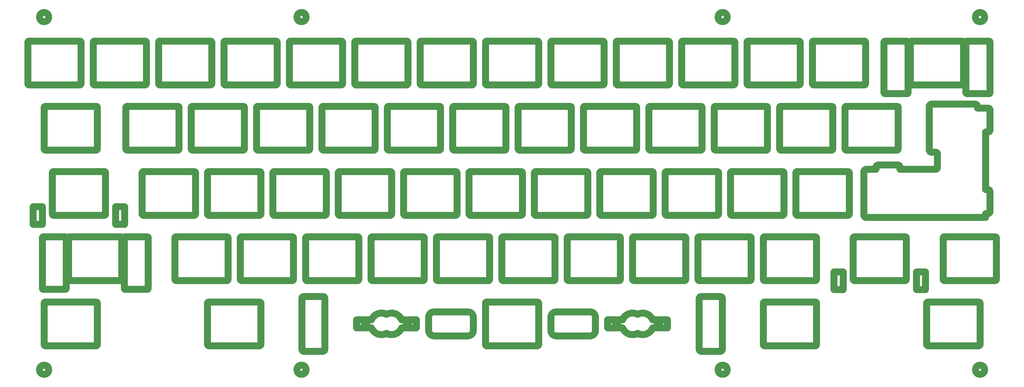
<source format=gbr>
%TF.GenerationSoftware,KiCad,Pcbnew,(5.1.10)-1*%
%TF.CreationDate,2021-06-20T12:49:25+07:00*%
%TF.ProjectId,Ansi,416e7369-2e6b-4696-9361-645f70636258,rev?*%
%TF.SameCoordinates,Original*%
%TF.FileFunction,Soldermask,Bot*%
%TF.FilePolarity,Negative*%
%FSLAX46Y46*%
G04 Gerber Fmt 4.6, Leading zero omitted, Abs format (unit mm)*
G04 Created by KiCad (PCBNEW (5.1.10)-1) date 2021-06-20 12:49:25*
%MOMM*%
%LPD*%
G01*
G04 APERTURE LIST*
%ADD10C,2.000000*%
G04 APERTURE END LIST*
D10*
X3154390Y-39187057D02*
G75*
G03*
X3154390Y-39187057I-1350000J0D01*
G01*
X275853740Y-142186387D02*
G75*
G03*
X275853740Y-142186387I-1350000J0D01*
G01*
X275853740Y-39187057D02*
G75*
G03*
X275853740Y-39187057I-1350000J0D01*
G01*
X200853740Y-142186387D02*
G75*
G03*
X200853740Y-142186387I-1350000J0D01*
G01*
X78154390Y-39187057D02*
G75*
G03*
X78154390Y-39187057I-1350000J0D01*
G01*
X78154390Y-142186387D02*
G75*
G03*
X78154390Y-142186387I-1350000J0D01*
G01*
X3154390Y-142186387D02*
G75*
G03*
X3154390Y-142186387I-1350000J0D01*
G01*
X200853740Y-39187057D02*
G75*
G03*
X200853740Y-39187057I-1350000J0D01*
G01*
X106892090Y-97087230D02*
G75*
G02*
X106592090Y-96787230I0J300000D01*
G01*
X106592090Y-84587230D02*
X106592090Y-96787230D01*
X106592090Y-84587230D02*
G75*
G02*
X106892090Y-84287230I300000J0D01*
G01*
X121792090Y-84287230D02*
X106892090Y-84287230D01*
X121792090Y-84287230D02*
G75*
G02*
X122092090Y-84587230I0J-300000D01*
G01*
X122092090Y-96787230D02*
X122092090Y-84587230D01*
X122092089Y-96787229D02*
G75*
G02*
X121792090Y-97087230I-300000J-1D01*
G01*
X106892090Y-97087230D02*
X121792090Y-97087230D01*
X173267090Y-115837230D02*
X173267090Y-103637230D01*
X173567090Y-116137230D02*
G75*
G02*
X173267090Y-115837230I0J300000D01*
G01*
X188467090Y-116137231D02*
X173567090Y-116137230D01*
X188767091Y-115837230D02*
G75*
G02*
X188467090Y-116137231I-300001J0D01*
G01*
X188767090Y-103637230D02*
X188767090Y-115837230D01*
X188467088Y-103337230D02*
G75*
G02*
X188767090Y-103637230I1J-300001D01*
G01*
X173567090Y-103337230D02*
X188467090Y-103337230D01*
X173267090Y-103637230D02*
G75*
G02*
X173567090Y-103337230I300000J0D01*
G01*
X92604590Y-46187230D02*
X107504590Y-46187230D01*
X92304590Y-46487230D02*
G75*
G02*
X92604590Y-46187230I300000J0D01*
G01*
X92304590Y-58687230D02*
X92304590Y-46487230D01*
X92604590Y-58987230D02*
G75*
G02*
X92304590Y-58687230I0J300000D01*
G01*
X107504590Y-58987230D02*
X92604590Y-58987230D01*
X107804589Y-58687231D02*
G75*
G02*
X107504590Y-58987230I-299999J0D01*
G01*
X107804590Y-46487230D02*
X107804590Y-58687230D01*
X107504589Y-46187229D02*
G75*
G02*
X107804590Y-46487230I0J-300001D01*
G01*
X82779589Y-77737230D02*
X82779589Y-65537230D01*
X83079589Y-78037230D02*
G75*
G02*
X82779589Y-77737230I0J300000D01*
G01*
X97979590Y-78037230D02*
X83079589Y-78037230D01*
X98279590Y-77737230D02*
G75*
G02*
X97979590Y-78037230I-300000J0D01*
G01*
X98279589Y-65537230D02*
X98279590Y-77737230D01*
X97979590Y-65237231D02*
G75*
G02*
X98279589Y-65537230I0J-299999D01*
G01*
X83079589Y-65237230D02*
X97979590Y-65237230D01*
X82779589Y-65537230D02*
G75*
G02*
X83079589Y-65237230I300000J0D01*
G01*
X139929590Y-65537230D02*
G75*
G02*
X140229590Y-65237230I300000J0D01*
G01*
X155129590Y-65237230D02*
X140229590Y-65237230D01*
X155129590Y-65237230D02*
G75*
G02*
X155429590Y-65537230I0J-300000D01*
G01*
X155429590Y-77737230D02*
X155429590Y-65537230D01*
X155429590Y-77737230D02*
G75*
G02*
X155129590Y-78037230I-300000J0D01*
G01*
X140229590Y-78037230D02*
X155129590Y-78037230D01*
X140229590Y-78037230D02*
G75*
G02*
X139929590Y-77737230I0J300000D01*
G01*
X139929590Y-65537230D02*
X139929590Y-77737230D01*
X1817090Y-134887230D02*
X1817090Y-122687230D01*
X2117090Y-135187230D02*
G75*
G02*
X1817090Y-134887230I0J300000D01*
G01*
X17017090Y-135187230D02*
X2117089Y-135187230D01*
X17317089Y-134887229D02*
G75*
G02*
X17017090Y-135187230I-300000J-1D01*
G01*
X17317090Y-122687230D02*
X17317089Y-134887230D01*
X17017089Y-122387229D02*
G75*
G02*
X17317090Y-122687230I0J-300001D01*
G01*
X2117090Y-122387230D02*
X17017090Y-122387230D01*
X1817090Y-122687230D02*
G75*
G02*
X2117090Y-122387230I300000J0D01*
G01*
X7972840Y-118737230D02*
X1572840Y-118737230D01*
X8272840Y-118437230D02*
G75*
G02*
X7972840Y-118737230I-300000J0D01*
G01*
X8272840Y-103637230D02*
X8272840Y-118437230D01*
X7972840Y-103337230D02*
G75*
G02*
X8272840Y-103637230I0J-300000D01*
G01*
X1572840Y-103337230D02*
X7972840Y-103337230D01*
X1272840Y-103637230D02*
G75*
G02*
X1572840Y-103337230I300000J0D01*
G01*
X1272840Y-118437230D02*
X1272839Y-103637230D01*
X1572840Y-118737230D02*
G75*
G02*
X1272840Y-118437230I0J300000D01*
G01*
X277417841Y-61287230D02*
G75*
G02*
X277117840Y-61587231I-300001J0D01*
G01*
X270717840Y-61587231D02*
X277117840Y-61587231D01*
X270717839Y-61587230D02*
G75*
G02*
X270417840Y-61287231I0J299999D01*
G01*
X270417840Y-46487230D02*
X270417840Y-61287231D01*
X270417839Y-46487229D02*
G75*
G02*
X270717840Y-46187230I300000J-1D01*
G01*
X277117840Y-46187230D02*
X270717840Y-46187230D01*
X277117839Y-46187231D02*
G75*
G02*
X277417840Y-46487230I1J-300000D01*
G01*
X277417840Y-61287231D02*
X277417840Y-46487230D01*
X253241840Y-61587231D02*
X246841840Y-61587231D01*
X253541841Y-61287230D02*
G75*
G02*
X253241840Y-61587231I-300001J0D01*
G01*
X253541840Y-46487230D02*
X253541840Y-61287231D01*
X253241838Y-46187230D02*
G75*
G02*
X253541840Y-46487230I1J-300001D01*
G01*
X246841840Y-46187230D02*
X253241839Y-46187230D01*
X246541839Y-46487231D02*
G75*
G02*
X246841840Y-46187230I300001J0D01*
G01*
X246541840Y-61287231D02*
X246541840Y-46487230D01*
X246841840Y-61587231D02*
G75*
G02*
X246541840Y-61287231I0J300000D01*
G01*
X254529840Y-46187230D02*
X269429840Y-46187230D01*
X254229840Y-46487230D02*
G75*
G02*
X254529840Y-46187230I300000J0D01*
G01*
X254229840Y-58687230D02*
X254229840Y-46487230D01*
X254529840Y-58987230D02*
G75*
G02*
X254229840Y-58687230I0J300000D01*
G01*
X269429840Y-58987230D02*
X254529840Y-58987230D01*
X269729840Y-58687230D02*
G75*
G02*
X269429840Y-58987230I-300000J0D01*
G01*
X269729840Y-46487230D02*
X269729840Y-58687230D01*
X269429839Y-46187231D02*
G75*
G02*
X269729840Y-46487230I1J-300000D01*
G01*
X24460839Y-103637230D02*
X24460839Y-115837230D01*
X24160839Y-103337230D02*
G75*
G02*
X24460839Y-103637230I0J-300000D01*
G01*
X9260840Y-103337230D02*
X24160840Y-103337230D01*
X8960840Y-103637230D02*
G75*
G02*
X9260840Y-103337230I300000J0D01*
G01*
X8960840Y-115837230D02*
X8960840Y-103637230D01*
X9260840Y-116137230D02*
G75*
G02*
X8960840Y-115837230I0J300000D01*
G01*
X24160840Y-116137230D02*
X9260839Y-116137230D01*
X24460840Y-115837230D02*
G75*
G02*
X24160840Y-116137230I-300000J0D01*
G01*
X25448840Y-103337230D02*
X31848840Y-103337230D01*
X25148840Y-103637230D02*
G75*
G02*
X25448840Y-103337230I300000J0D01*
G01*
X25148840Y-118437230D02*
X25148840Y-103637230D01*
X25448840Y-118737230D02*
G75*
G02*
X25148840Y-118437230I0J300000D01*
G01*
X31848840Y-118737230D02*
X25448840Y-118737230D01*
X32148839Y-118437231D02*
G75*
G02*
X31848840Y-118737230I-299999J0D01*
G01*
X32148840Y-103637230D02*
X32148839Y-118437230D01*
X31848840Y-103337230D02*
G75*
G02*
X32148840Y-103637230I0J-300000D01*
G01*
X198929590Y-136786231D02*
X193179590Y-136786231D01*
X199429589Y-136286230D02*
G75*
G02*
X198929590Y-136786231I-500000J-1D01*
G01*
X199429589Y-121286231D02*
X199429590Y-136286231D01*
X198929590Y-120786232D02*
G75*
G02*
X199429589Y-121286231I0J-499999D01*
G01*
X193179590Y-120786231D02*
X198929590Y-120786231D01*
X192679590Y-121286231D02*
G75*
G02*
X193179590Y-120786231I500000J0D01*
G01*
X192679590Y-136286231D02*
X192679590Y-121286231D01*
X193179589Y-136786230D02*
G75*
G02*
X192679590Y-136286231I0J499999D01*
G01*
X259742407Y-78135862D02*
X259742407Y-65136562D01*
X260242407Y-78635862D02*
G75*
G02*
X259742407Y-78135862I0J500000D01*
G01*
X261623407Y-78635862D02*
X260242407Y-78635862D01*
X261623407Y-78635862D02*
G75*
G02*
X262123407Y-79135862I0J-500000D01*
G01*
X262123407Y-83186562D02*
X262123407Y-79135862D01*
X262123407Y-83186562D02*
G75*
G02*
X261623407Y-83686562I-500000J0D01*
G01*
X251196907Y-83686562D02*
X261623407Y-83686562D01*
X251196907Y-82886562D02*
X251196907Y-83686562D01*
X250696907Y-82386562D02*
G75*
G02*
X251196907Y-82886562I0J-500000D01*
G01*
X244696907Y-82386562D02*
X250696907Y-82386562D01*
X244196907Y-82886562D02*
G75*
G02*
X244696907Y-82386562I500000J0D01*
G01*
X244196907Y-83686562D02*
X244196907Y-82886562D01*
X241192407Y-83686562D02*
X244196907Y-83686562D01*
X240692407Y-84186562D02*
G75*
G02*
X241192407Y-83686562I500000J0D01*
G01*
X240692407Y-97185862D02*
X240692407Y-84186562D01*
X241192407Y-97685862D02*
G75*
G02*
X240692407Y-97185862I0J500000D01*
G01*
X276123407Y-97685862D02*
X241192407Y-97685862D01*
X276123407Y-96561812D02*
X276123407Y-97685862D01*
X276923407Y-96561812D02*
X276123407Y-96561812D01*
X277423407Y-96061812D02*
G75*
G02*
X276923407Y-96561812I-500000J0D01*
G01*
X277423407Y-90061812D02*
X277423407Y-96061812D01*
X276923407Y-89561812D02*
G75*
G02*
X277423407Y-90061812I0J-500000D01*
G01*
X276123407Y-89561812D02*
X276923407Y-89561812D01*
X276123407Y-72761862D02*
X276123407Y-89561812D01*
X276923407Y-72761862D02*
X276123407Y-72761862D01*
X277423407Y-72261862D02*
G75*
G02*
X276923407Y-72761862I-500000J0D01*
G01*
X277423407Y-66261862D02*
X277423407Y-72261862D01*
X276923407Y-65761862D02*
G75*
G02*
X277423407Y-66261862I0J-500000D01*
G01*
X273742407Y-65761862D02*
X276923407Y-65761862D01*
X273742407Y-65136562D02*
X273742407Y-65761862D01*
X273242407Y-64636562D02*
G75*
G02*
X273742407Y-65136562I0J-500000D01*
G01*
X260242407Y-64636562D02*
X273242407Y-64636562D01*
X259742407Y-65136562D02*
G75*
G02*
X260242407Y-64636562I500000J0D01*
G01*
X76879590Y-136286231D02*
X76879590Y-121286231D01*
X77379590Y-136786231D02*
G75*
G02*
X76879590Y-136286231I0J500000D01*
G01*
X83129590Y-136786231D02*
X77379590Y-136786231D01*
X83629590Y-136286231D02*
G75*
G02*
X83129590Y-136786231I-500000J0D01*
G01*
X83629590Y-121286231D02*
X83629590Y-136286231D01*
X83129590Y-120786231D02*
G75*
G02*
X83629590Y-121286231I0J-500000D01*
G01*
X77379590Y-120786231D02*
X83129590Y-120786231D01*
X76879590Y-121286231D02*
G75*
G02*
X77379590Y-120786231I500000J0D01*
G01*
X12254589Y-46187229D02*
G75*
G02*
X12554590Y-46487230I0J-300001D01*
G01*
X12554590Y-58687230D02*
X12554590Y-46487230D01*
X12554589Y-58687229D02*
G75*
G02*
X12254590Y-58987230I-300000J-1D01*
G01*
X-2645410Y-58987230D02*
X12254590Y-58987230D01*
X-2645410Y-58987231D02*
G75*
G02*
X-2945411Y-58687230I0J300001D01*
G01*
X-2945410Y-46487230D02*
X-2945411Y-58687230D01*
X-2945410Y-46487230D02*
G75*
G02*
X-2645410Y-46187230I300000J0D01*
G01*
X12254590Y-46187230D02*
X-2645410Y-46187230D01*
X4498340Y-84287230D02*
X19398340Y-84287230D01*
X4198339Y-84587229D02*
G75*
G02*
X4498340Y-84287230I300000J-1D01*
G01*
X4198340Y-96787230D02*
X4198339Y-84587230D01*
X4498340Y-97087230D02*
G75*
G02*
X4198340Y-96787230I0J300000D01*
G01*
X19398340Y-97087230D02*
X4498340Y-97087230D01*
X19698340Y-96787230D02*
G75*
G02*
X19398340Y-97087230I-300000J0D01*
G01*
X19698340Y-84587230D02*
X19698340Y-96787230D01*
X19398340Y-84287230D02*
G75*
G02*
X19698340Y-84587230I0J-300000D01*
G01*
X22613340Y-99772230D02*
X25283340Y-99772230D01*
X22613340Y-94562230D02*
X22613340Y-99772230D01*
X25283340Y-94562230D02*
X22613340Y-94562230D01*
X25283340Y-99772230D02*
X25283340Y-94562230D01*
X59267090Y-103337230D02*
X74167089Y-103337230D01*
X58967089Y-103637231D02*
G75*
G02*
X59267090Y-103337230I300001J0D01*
G01*
X58967090Y-115837230D02*
X58967089Y-103637230D01*
X59267090Y-116137230D02*
G75*
G02*
X58967090Y-115837230I0J300000D01*
G01*
X74167089Y-116137230D02*
X59267090Y-116137230D01*
X74467089Y-115837232D02*
G75*
G02*
X74167089Y-116137230I-299999J1D01*
G01*
X74467090Y-103637230D02*
X74467089Y-115837230D01*
X74167089Y-103337231D02*
G75*
G02*
X74467090Y-103637230I1J-300000D01*
G01*
X178329590Y-65237230D02*
X193229590Y-65237230D01*
X178029589Y-65537229D02*
G75*
G02*
X178329590Y-65237230I300000J-1D01*
G01*
X178029590Y-77737230D02*
X178029590Y-65537230D01*
X178329590Y-78037230D02*
G75*
G02*
X178029590Y-77737230I0J300000D01*
G01*
X193229590Y-78037230D02*
X178329590Y-78037230D01*
X193529590Y-77737230D02*
G75*
G02*
X193229590Y-78037230I-300000J0D01*
G01*
X193529590Y-65537230D02*
X193529590Y-77737230D01*
X193229590Y-65237230D02*
G75*
G02*
X193529590Y-65537230I0J-300000D01*
G01*
X149454590Y-46487230D02*
G75*
G02*
X149754590Y-46187230I300000J0D01*
G01*
X164654590Y-46187230D02*
X149754590Y-46187230D01*
X164654589Y-46187231D02*
G75*
G02*
X164954590Y-46487230I1J-300000D01*
G01*
X164954590Y-58687230D02*
X164954590Y-46487230D01*
X164954590Y-58687230D02*
G75*
G02*
X164654590Y-58987230I-300000J0D01*
G01*
X149754590Y-58987230D02*
X164654590Y-58987230D01*
X149754590Y-58987230D02*
G75*
G02*
X149454590Y-58687230I0J300000D01*
G01*
X149454590Y-46487230D02*
X149454590Y-58687230D01*
X17317090Y-65537230D02*
X17317090Y-77737230D01*
X17017090Y-65237230D02*
G75*
G02*
X17317090Y-65537230I0J-300000D01*
G01*
X2117090Y-65237230D02*
X17017090Y-65237230D01*
X1817089Y-65537229D02*
G75*
G02*
X2117090Y-65237230I300000J-1D01*
G01*
X1817090Y-77737230D02*
X1817090Y-65537230D01*
X2117090Y-78037230D02*
G75*
G02*
X1817090Y-77737230I0J300000D01*
G01*
X17017090Y-78037230D02*
X2117089Y-78037230D01*
X17317089Y-77737229D02*
G75*
G02*
X17017090Y-78037230I-300000J-1D01*
G01*
X258645840Y-113612230D02*
X255975840Y-113612230D01*
X258645840Y-118822230D02*
X258645840Y-113612230D01*
X255975840Y-118822230D02*
X258645840Y-118822230D01*
X255975840Y-113612230D02*
X255975840Y-118822230D01*
X16104589Y-58687230D02*
X16104590Y-46487230D01*
X16404590Y-58987231D02*
G75*
G02*
X16104589Y-58687230I0J300001D01*
G01*
X31304590Y-58987230D02*
X16404589Y-58987230D01*
X31604589Y-58687229D02*
G75*
G02*
X31304590Y-58987230I-300000J-1D01*
G01*
X31604590Y-46487230D02*
X31604590Y-58687230D01*
X31304589Y-46187229D02*
G75*
G02*
X31604590Y-46487230I0J-300001D01*
G01*
X16404590Y-46187230D02*
X31304590Y-46187230D01*
X16104590Y-46487230D02*
G75*
G02*
X16404590Y-46187230I300000J0D01*
G01*
X169417089Y-103337231D02*
G75*
G02*
X169717090Y-103637230I1J-300000D01*
G01*
X169717090Y-115837230D02*
X169717090Y-103637230D01*
X169717089Y-115837231D02*
G75*
G02*
X169417090Y-116137230I-299999J0D01*
G01*
X154517090Y-116137231D02*
X169417090Y-116137230D01*
X154517090Y-116137230D02*
G75*
G02*
X154217090Y-115837230I0J300000D01*
G01*
X154217089Y-103637230D02*
X154217090Y-115837230D01*
X154217090Y-103637230D02*
G75*
G02*
X154517090Y-103337230I300000J0D01*
G01*
X169417090Y-103337230D02*
X154517090Y-103337230D01*
X136079590Y-65237230D02*
G75*
G02*
X136379590Y-65537230I0J-300000D01*
G01*
X136379590Y-77737230D02*
X136379590Y-65537230D01*
X136379589Y-77737231D02*
G75*
G02*
X136079590Y-78037230I-299999J0D01*
G01*
X121179590Y-78037230D02*
X136079590Y-78037230D01*
X121179590Y-78037230D02*
G75*
G02*
X120879590Y-77737230I0J300000D01*
G01*
X120879590Y-65537230D02*
X120879590Y-77737230D01*
X120879590Y-65537230D02*
G75*
G02*
X121179590Y-65237230I300000J0D01*
G01*
X136079590Y-65237231D02*
X121179590Y-65237230D01*
X49442090Y-96787230D02*
X49442090Y-84587230D01*
X49742090Y-97087230D02*
G75*
G02*
X49442090Y-96787230I0J300000D01*
G01*
X64642090Y-97087230D02*
X49742090Y-97087230D01*
X64942089Y-96787229D02*
G75*
G02*
X64642090Y-97087230I-300000J-1D01*
G01*
X64942090Y-84587230D02*
X64942090Y-96787230D01*
X64642089Y-84287229D02*
G75*
G02*
X64942090Y-84587230I0J-300001D01*
G01*
X49742090Y-84287230D02*
X64642089Y-84287230D01*
X49442090Y-84587230D02*
G75*
G02*
X49742090Y-84287230I300000J0D01*
G01*
X250379590Y-78037230D02*
X235479590Y-78037230D01*
X250679590Y-77737230D02*
G75*
G02*
X250379590Y-78037230I-300000J0D01*
G01*
X250679590Y-65537230D02*
X250679590Y-77737230D01*
X250379590Y-65237230D02*
G75*
G02*
X250679590Y-65537230I0J-300000D01*
G01*
X235479590Y-65237230D02*
X250379590Y-65237230D01*
X235179589Y-65537229D02*
G75*
G02*
X235479590Y-65237230I300000J-1D01*
G01*
X235179590Y-77737230D02*
X235179589Y-65537230D01*
X235479590Y-78037230D02*
G75*
G02*
X235179590Y-77737230I0J300000D01*
G01*
X126554589Y-46187229D02*
G75*
G02*
X126854590Y-46487230I0J-300001D01*
G01*
X126854590Y-58687230D02*
X126854590Y-46487230D01*
X126854589Y-58687229D02*
G75*
G02*
X126554590Y-58987230I-300000J-1D01*
G01*
X111654589Y-58987230D02*
X126554590Y-58987230D01*
X111654588Y-58987230D02*
G75*
G02*
X111354590Y-58687230I1J299999D01*
G01*
X111354590Y-46487230D02*
X111354590Y-58687230D01*
X111354589Y-46487230D02*
G75*
G02*
X111654589Y-46187230I300000J0D01*
G01*
X126554590Y-46187230D02*
X111654589Y-46187230D01*
X145904590Y-122687230D02*
X145904589Y-134887230D01*
X145604590Y-122387230D02*
G75*
G02*
X145904590Y-122687230I0J-300000D01*
G01*
X130704590Y-122387230D02*
X145604590Y-122387230D01*
X130404590Y-122687230D02*
G75*
G02*
X130704590Y-122387230I300000J0D01*
G01*
X130404590Y-134887230D02*
X130404590Y-122687230D01*
X130704590Y-135187230D02*
G75*
G02*
X130404590Y-134887230I0J300000D01*
G01*
X145604590Y-135187230D02*
X130704590Y-135187231D01*
X145904589Y-134887229D02*
G75*
G02*
X145604590Y-135187230I-300000J-1D01*
G01*
X83692090Y-84287230D02*
G75*
G02*
X83992090Y-84587230I0J-300000D01*
G01*
X83992090Y-96787230D02*
X83992090Y-84587230D01*
X83992090Y-96787230D02*
G75*
G02*
X83692090Y-97087230I-300000J0D01*
G01*
X68792090Y-97087230D02*
X83692090Y-97087230D01*
X68792089Y-97087231D02*
G75*
G02*
X68492090Y-96787230I1J300000D01*
G01*
X68492090Y-84587230D02*
X68492090Y-96787230D01*
X68492090Y-84587230D02*
G75*
G02*
X68792090Y-84287230I300000J0D01*
G01*
X83692090Y-84287230D02*
X68792090Y-84287230D01*
X231329590Y-65237230D02*
G75*
G02*
X231629590Y-65537230I0J-300000D01*
G01*
X231629590Y-77737230D02*
X231629590Y-65537230D01*
X231629590Y-77737230D02*
G75*
G02*
X231329590Y-78037230I-300000J0D01*
G01*
X216429590Y-78037230D02*
X231329590Y-78037230D01*
X216429590Y-78037230D02*
G75*
G02*
X216129590Y-77737230I0J300000D01*
G01*
X216129590Y-65537230D02*
X216129590Y-77737230D01*
X216129590Y-65537230D02*
G75*
G02*
X216429590Y-65237230I300000J0D01*
G01*
X231329590Y-65237230D02*
X216429590Y-65237230D01*
X45892090Y-96787230D02*
G75*
G02*
X45592090Y-97087230I-300000J0D01*
G01*
X30692090Y-97087230D02*
X45592090Y-97087230D01*
X30692090Y-97087230D02*
G75*
G02*
X30392090Y-96787230I0J300000D01*
G01*
X30392090Y-84587230D02*
X30392090Y-96787230D01*
X30392090Y-84587230D02*
G75*
G02*
X30692090Y-84287230I300000J0D01*
G01*
X45592090Y-84287230D02*
X30692090Y-84287230D01*
X45592090Y-84287231D02*
G75*
G02*
X45892089Y-84587230I0J-299999D01*
G01*
X45892089Y-96787230D02*
X45892089Y-84587230D01*
X112267090Y-116137230D02*
X97367090Y-116137231D01*
X112567089Y-115837231D02*
G75*
G02*
X112267090Y-116137230I-299999J0D01*
G01*
X112567090Y-103637230D02*
X112567090Y-115837230D01*
X112267090Y-103337230D02*
G75*
G02*
X112567090Y-103637230I0J-300000D01*
G01*
X97367090Y-103337230D02*
X112267090Y-103337231D01*
X97067090Y-103637230D02*
G75*
G02*
X97367090Y-103337230I300000J0D01*
G01*
X97067090Y-115837230D02*
X97067090Y-103637230D01*
X97367090Y-116137230D02*
G75*
G02*
X97067090Y-115837230I0J300000D01*
G01*
X102742090Y-84287230D02*
G75*
G02*
X103042090Y-84587230I0J-300000D01*
G01*
X103042090Y-96787230D02*
X103042090Y-84587230D01*
X103042090Y-96787230D02*
G75*
G02*
X102742090Y-97087230I-300000J0D01*
G01*
X87842090Y-97087230D02*
X102742090Y-97087230D01*
X87842090Y-97087230D02*
G75*
G02*
X87542090Y-96787230I0J300000D01*
G01*
X87542090Y-84587230D02*
X87542090Y-96787230D01*
X87542090Y-84587230D02*
G75*
G02*
X87842090Y-84287230I300000J0D01*
G01*
X102742089Y-84287230D02*
X87842090Y-84287230D01*
X116117090Y-115837230D02*
X116117090Y-103637230D01*
X116417090Y-116137230D02*
G75*
G02*
X116117090Y-115837230I0J300000D01*
G01*
X131317090Y-116137230D02*
X116417090Y-116137230D01*
X131617089Y-115837231D02*
G75*
G02*
X131317090Y-116137230I-299999J0D01*
G01*
X131617090Y-103637230D02*
X131617089Y-115837230D01*
X131317089Y-103337231D02*
G75*
G02*
X131617090Y-103637230I1J-300000D01*
G01*
X116417090Y-103337230D02*
X131317090Y-103337230D01*
X116117090Y-103637230D02*
G75*
G02*
X116417090Y-103337230I300000J0D01*
G01*
X236392089Y-96787231D02*
G75*
G02*
X236092090Y-97087230I-299999J0D01*
G01*
X221192090Y-97087230D02*
X236092090Y-97087230D01*
X221192090Y-97087230D02*
G75*
G02*
X220892090Y-96787230I0J300000D01*
G01*
X220892090Y-84587230D02*
X220892090Y-96787230D01*
X220892090Y-84587230D02*
G75*
G02*
X221192090Y-84287230I300000J0D01*
G01*
X236092090Y-84287230D02*
X221192090Y-84287230D01*
X236092089Y-84287229D02*
G75*
G02*
X236392090Y-84587230I0J-300001D01*
G01*
X236392090Y-96787230D02*
X236392090Y-84587230D01*
X59879590Y-65237230D02*
G75*
G02*
X60179590Y-65537230I0J-300000D01*
G01*
X60179590Y-77737230D02*
X60179590Y-65537230D01*
X60179590Y-77737230D02*
G75*
G02*
X59879590Y-78037230I-300000J0D01*
G01*
X44979590Y-78037230D02*
X59879590Y-78037230D01*
X44979590Y-78037230D02*
G75*
G02*
X44679590Y-77737230I0J300000D01*
G01*
X44679589Y-65537230D02*
X44679590Y-77737230D01*
X44679589Y-65537229D02*
G75*
G02*
X44979590Y-65237230I300000J-1D01*
G01*
X59879590Y-65237230D02*
X44979590Y-65237230D01*
X231975840Y-113612230D02*
X231975840Y-118822230D01*
X234645840Y-113612230D02*
X231975840Y-113612230D01*
X234645840Y-118822230D02*
X234645840Y-113612230D01*
X231975840Y-118822230D02*
X234645840Y-118822230D01*
X49742090Y-122387230D02*
X64642089Y-122387230D01*
X49442090Y-122687230D02*
G75*
G02*
X49742090Y-122387230I300000J0D01*
G01*
X49442090Y-134887230D02*
X49442090Y-122687230D01*
X49742089Y-135187229D02*
G75*
G02*
X49442090Y-134887230I0J299999D01*
G01*
X64642090Y-135187230D02*
X49742090Y-135187230D01*
X64942090Y-134887230D02*
G75*
G02*
X64642090Y-135187230I-300000J0D01*
G01*
X64942090Y-122687230D02*
X64942090Y-134887230D01*
X64642088Y-122387230D02*
G75*
G02*
X64942090Y-122687230I1J-300001D01*
G01*
X164042090Y-84287230D02*
X178942090Y-84287230D01*
X163742090Y-84587230D02*
G75*
G02*
X164042090Y-84287230I300000J0D01*
G01*
X163742090Y-96787230D02*
X163742090Y-84587230D01*
X164042090Y-97087230D02*
G75*
G02*
X163742090Y-96787230I0J300000D01*
G01*
X178942090Y-97087230D02*
X164042090Y-97087230D01*
X179242090Y-96787230D02*
G75*
G02*
X178942090Y-97087230I-300000J0D01*
G01*
X179242090Y-84587230D02*
X179242090Y-96787230D01*
X178942090Y-84287230D02*
G75*
G02*
X179242090Y-84587230I0J-300000D01*
G01*
X125942090Y-84287230D02*
X140842090Y-84287230D01*
X125642090Y-84587230D02*
G75*
G02*
X125942090Y-84287230I300000J0D01*
G01*
X125642090Y-96787230D02*
X125642090Y-84587230D01*
X125942090Y-97087230D02*
G75*
G02*
X125642090Y-96787230I0J300000D01*
G01*
X140842090Y-97087230D02*
X125942090Y-97087230D01*
X141142090Y-96787230D02*
G75*
G02*
X140842090Y-97087230I-300000J0D01*
G01*
X141142090Y-84587230D02*
X141142090Y-96787230D01*
X140842090Y-84287230D02*
G75*
G02*
X141142090Y-84587230I0J-300000D01*
G01*
X226867090Y-103637230D02*
X226867090Y-115837230D01*
X226567089Y-103337231D02*
G75*
G02*
X226867090Y-103637230I1J-300000D01*
G01*
X211667090Y-103337230D02*
X226567090Y-103337230D01*
X211367089Y-103637229D02*
G75*
G02*
X211667090Y-103337230I300000J-1D01*
G01*
X211367090Y-115837230D02*
X211367090Y-103637230D01*
X211667090Y-116137230D02*
G75*
G02*
X211367090Y-115837230I0J300000D01*
G01*
X226567090Y-116137230D02*
X211667090Y-116137231D01*
X226867090Y-115837230D02*
G75*
G02*
X226567090Y-116137230I-300000J0D01*
G01*
X192317090Y-103637230D02*
G75*
G02*
X192617090Y-103337230I300000J0D01*
G01*
X207517090Y-103337231D02*
X192617090Y-103337230D01*
X207517090Y-103337230D02*
G75*
G02*
X207817090Y-103637230I0J-300000D01*
G01*
X207817090Y-115837230D02*
X207817090Y-103637230D01*
X207817089Y-115837231D02*
G75*
G02*
X207517090Y-116137230I-299999J0D01*
G01*
X192617090Y-116137231D02*
X207517090Y-116137230D01*
X192617089Y-116137231D02*
G75*
G02*
X192317090Y-115837230I1J300000D01*
G01*
X192317090Y-103637230D02*
X192317090Y-115837230D01*
X187854590Y-58987230D02*
G75*
G02*
X187554590Y-58687230I0J300000D01*
G01*
X187554590Y-46487230D02*
X187554590Y-58687230D01*
X187554589Y-46487231D02*
G75*
G02*
X187854590Y-46187230I300001J0D01*
G01*
X202754590Y-46187230D02*
X187854590Y-46187230D01*
X202754590Y-46187230D02*
G75*
G02*
X203054590Y-46487230I0J-300000D01*
G01*
X203054590Y-58687230D02*
X203054590Y-46487230D01*
X203054589Y-58687231D02*
G75*
G02*
X202754590Y-58987230I-299999J0D01*
G01*
X187854590Y-58987231D02*
X202754590Y-58987230D01*
X206604590Y-58687230D02*
X206604590Y-46487230D01*
X206904589Y-58987231D02*
G75*
G02*
X206604590Y-58687230I1J300000D01*
G01*
X221804590Y-58987230D02*
X206904590Y-58987230D01*
X222104590Y-58687230D02*
G75*
G02*
X221804590Y-58987230I-300000J0D01*
G01*
X222104590Y-46487230D02*
X222104590Y-58687230D01*
X221804590Y-46187230D02*
G75*
G02*
X222104590Y-46487230I0J-300000D01*
G01*
X206904590Y-46187230D02*
X221804590Y-46187231D01*
X206604589Y-46487231D02*
G75*
G02*
X206904590Y-46187230I300001J0D01*
G01*
X168504590Y-46487230D02*
G75*
G02*
X168804590Y-46187230I300000J0D01*
G01*
X183704590Y-46187230D02*
X168804590Y-46187230D01*
X183704589Y-46187231D02*
G75*
G02*
X184004590Y-46487230I1J-300000D01*
G01*
X184004590Y-58687230D02*
X184004590Y-46487230D01*
X184004590Y-58687230D02*
G75*
G02*
X183704590Y-58987230I-300000J0D01*
G01*
X168804590Y-58987230D02*
X183704590Y-58987230D01*
X168804589Y-58987231D02*
G75*
G02*
X168504590Y-58687230I1J300000D01*
G01*
X168504590Y-46487230D02*
X168504590Y-58687230D01*
X278954590Y-116137230D02*
X264054590Y-116137230D01*
X279254590Y-115837230D02*
G75*
G02*
X278954590Y-116137230I-300000J0D01*
G01*
X279254590Y-103637230D02*
X279254590Y-115837230D01*
X278954589Y-103337231D02*
G75*
G02*
X279254590Y-103637230I1J-300000D01*
G01*
X264054590Y-103337231D02*
X278954590Y-103337230D01*
X263754591Y-103637230D02*
G75*
G02*
X264054590Y-103337231I299999J0D01*
G01*
X263754590Y-115837230D02*
X263754590Y-103637230D01*
X264054590Y-116137230D02*
G75*
G02*
X263754590Y-115837230I0J300000D01*
G01*
X73254590Y-46487230D02*
G75*
G02*
X73554590Y-46187230I300000J0D01*
G01*
X88454590Y-46187230D02*
X73554590Y-46187230D01*
X88454590Y-46187230D02*
G75*
G02*
X88754590Y-46487230I0J-300000D01*
G01*
X88754590Y-58687230D02*
X88754590Y-46487230D01*
X88754590Y-58687230D02*
G75*
G02*
X88454590Y-58987230I-300000J0D01*
G01*
X73554590Y-58987230D02*
X88454590Y-58987230D01*
X73554590Y-58987230D02*
G75*
G02*
X73254590Y-58687230I0J300000D01*
G01*
X73254590Y-46487230D02*
X73254590Y-58687230D01*
X130404590Y-58687230D02*
X130404590Y-46487230D01*
X130704590Y-58987230D02*
G75*
G02*
X130404590Y-58687230I0J300000D01*
G01*
X145604590Y-58987230D02*
X130704590Y-58987230D01*
X145904590Y-58687230D02*
G75*
G02*
X145604590Y-58987230I-300000J0D01*
G01*
X145904590Y-46487230D02*
X145904590Y-58687230D01*
X145604590Y-46187230D02*
G75*
G02*
X145904590Y-46487230I0J-300000D01*
G01*
X130704590Y-46187230D02*
X145604590Y-46187230D01*
X130404590Y-46487230D02*
G75*
G02*
X130704590Y-46187230I300000J0D01*
G01*
X150667089Y-115837231D02*
G75*
G02*
X150367090Y-116137230I-299999J0D01*
G01*
X135467090Y-116137231D02*
X150367090Y-116137230D01*
X135467090Y-116137231D02*
G75*
G02*
X135167089Y-115837230I0J300001D01*
G01*
X135167090Y-103637230D02*
X135167089Y-115837230D01*
X135167089Y-103637229D02*
G75*
G02*
X135467090Y-103337230I300000J-1D01*
G01*
X150367090Y-103337230D02*
X135467090Y-103337230D01*
X150367090Y-103337230D02*
G75*
G02*
X150667090Y-103637230I0J-300000D01*
G01*
X150667090Y-115837230D02*
X150667090Y-103637230D01*
X160192089Y-96787231D02*
G75*
G02*
X159892090Y-97087230I-299999J0D01*
G01*
X144992090Y-97087230D02*
X159892090Y-97087230D01*
X144992089Y-97087231D02*
G75*
G02*
X144692090Y-96787230I1J300000D01*
G01*
X144692090Y-84587230D02*
X144692090Y-96787230D01*
X144692090Y-84587230D02*
G75*
G02*
X144992090Y-84287230I300000J0D01*
G01*
X159892090Y-84287230D02*
X144992090Y-84287230D01*
X159892088Y-84287230D02*
G75*
G02*
X160192090Y-84587230I1J-300001D01*
G01*
X160192090Y-96787230D02*
X160192090Y-84587230D01*
X-1386661Y-94562230D02*
X-1386661Y-99772230D01*
X1283340Y-94562230D02*
X-1386661Y-94562230D01*
X1283340Y-99772230D02*
X1283340Y-94562230D01*
X-1386661Y-99772230D02*
X1283340Y-99772230D01*
X159279590Y-78037230D02*
G75*
G02*
X158979590Y-77737230I0J300000D01*
G01*
X158979590Y-65537230D02*
X158979590Y-77737230D01*
X158979590Y-65537230D02*
G75*
G02*
X159279590Y-65237230I300000J0D01*
G01*
X174179590Y-65237231D02*
X159279590Y-65237230D01*
X174179589Y-65237231D02*
G75*
G02*
X174479590Y-65537230I1J-300000D01*
G01*
X174479590Y-77737230D02*
X174479590Y-65537230D01*
X174479589Y-77737230D02*
G75*
G02*
X174179590Y-78037231I-300000J-1D01*
G01*
X159279590Y-78037230D02*
X174179590Y-78037231D01*
X78317090Y-116137230D02*
G75*
G02*
X78017090Y-115837230I0J300000D01*
G01*
X78017090Y-103637230D02*
X78017090Y-115837230D01*
X78017090Y-103637230D02*
G75*
G02*
X78317090Y-103337230I300000J0D01*
G01*
X93217090Y-103337230D02*
X78317090Y-103337230D01*
X93217090Y-103337230D02*
G75*
G02*
X93517090Y-103637230I0J-300000D01*
G01*
X93517089Y-115837230D02*
X93517090Y-103637230D01*
X93517089Y-115837231D02*
G75*
G02*
X93217090Y-116137230I-299999J0D01*
G01*
X78317090Y-116137230D02*
X93217090Y-116137230D01*
X274492090Y-134887230D02*
G75*
G02*
X274192090Y-135187230I-300000J0D01*
G01*
X259292090Y-135187231D02*
X274192090Y-135187230D01*
X259292090Y-135187230D02*
G75*
G02*
X258992090Y-134887230I0J300000D01*
G01*
X258992090Y-122687230D02*
X258992090Y-134887230D01*
X258992090Y-122687229D02*
G75*
G02*
X259292090Y-122387231I299999J-1D01*
G01*
X274192090Y-122387230D02*
X259292090Y-122387231D01*
X274192089Y-122387231D02*
G75*
G02*
X274492090Y-122687230I1J-300000D01*
G01*
X274492090Y-134887230D02*
X274492090Y-122687230D01*
X183454290Y-129961730D02*
X183454290Y-127611730D01*
X181104290Y-129961730D02*
X183454290Y-129961730D01*
X181104290Y-127611730D02*
X181104290Y-129961730D01*
X183454290Y-127611730D02*
X181104290Y-127611730D01*
X107354290Y-129961730D02*
X107354290Y-127611730D01*
X105976938Y-129961730D02*
X107354290Y-129961730D01*
X105976938Y-129961729D02*
G75*
G02*
X101579290Y-131570051I-2922649J1174999D01*
G01*
X101579290Y-131570051D02*
G75*
G02*
X97181641Y-129961730I-1475000J2783321D01*
G01*
X95804289Y-129961730D02*
X97181641Y-129961730D01*
X95804289Y-127611730D02*
X95804289Y-129961730D01*
X97181641Y-127611730D02*
X95804289Y-127611730D01*
X97181642Y-127611730D02*
G75*
G02*
X101579290Y-126003410I2922648J-1175000D01*
G01*
X101579290Y-126003410D02*
G75*
G02*
X105976938Y-127611730I1475000J-2783320D01*
G01*
X107354290Y-127611730D02*
X105976938Y-127611730D01*
X126854289Y-130786732D02*
G75*
G02*
X125354289Y-132286730I-1499999J1D01*
G01*
X115354290Y-132286730D02*
X125354289Y-132286730D01*
X115354289Y-132286731D02*
G75*
G02*
X113854290Y-130786730I1J1500000D01*
G01*
X113854289Y-126786730D02*
X113854290Y-130786730D01*
X113854289Y-126786731D02*
G75*
G02*
X115354290Y-125286730I1500001J0D01*
G01*
X125354289Y-125286730D02*
X115354290Y-125286730D01*
X125354289Y-125286730D02*
G75*
G02*
X126854290Y-126786731I0J-1500001D01*
G01*
X126854290Y-130786730D02*
X126854290Y-126786731D01*
X168354290Y-129961730D02*
X168354290Y-127611730D01*
X166004290Y-129961730D02*
X168354290Y-129961730D01*
X166004290Y-127611730D02*
X166004290Y-129961730D01*
X168354290Y-127611730D02*
X166004290Y-127611730D01*
X162454289Y-130786731D02*
G75*
G02*
X160954290Y-132286730I-1499999J0D01*
G01*
X150954290Y-132286730D02*
X160954290Y-132286730D01*
X150954290Y-132286730D02*
G75*
G02*
X149454290Y-130786730I0J1500000D01*
G01*
X149454290Y-126786731D02*
X149454290Y-130786730D01*
X149454290Y-126786731D02*
G75*
G02*
X150954290Y-125286731I1500000J0D01*
G01*
X160954290Y-125286731D02*
X150954290Y-125286731D01*
X160954290Y-125286731D02*
G75*
G02*
X162454290Y-126786731I0J-1500000D01*
G01*
X162454290Y-130786730D02*
X162454290Y-126786731D01*
X107954289Y-129961730D02*
X110304289Y-129961730D01*
X107954289Y-127611730D02*
X107954289Y-129961730D01*
X110304289Y-127611730D02*
X107954289Y-127611730D01*
X110304289Y-129961730D02*
X110304289Y-127611730D01*
X92854290Y-129961730D02*
X95204289Y-129961730D01*
X92854290Y-127611730D02*
X92854290Y-129961730D01*
X95204289Y-127611730D02*
X92854290Y-127611730D01*
X95204289Y-129961730D02*
X95204289Y-127611730D01*
X179126939Y-129961730D02*
G75*
G02*
X174729290Y-131570051I-2922649J1175000D01*
G01*
X180504290Y-129961730D02*
X179126938Y-129961730D01*
X180504290Y-127611730D02*
X180504290Y-129961730D01*
X179126938Y-127611731D02*
X180504290Y-127611730D01*
X174729291Y-126003410D02*
G75*
G02*
X179126938Y-127611731I1474999J-2783320D01*
G01*
X170331641Y-127611731D02*
G75*
G02*
X174729290Y-126003410I2922649J-1175000D01*
G01*
X168954290Y-127611730D02*
X170331641Y-127611730D01*
X168954290Y-129961730D02*
X168954290Y-127611730D01*
X170331641Y-129961731D02*
X168954290Y-129961730D01*
X174729290Y-131570052D02*
G75*
G02*
X170331641Y-129961731I-1475000J2783321D01*
G01*
X40217090Y-103337230D02*
X55117090Y-103337230D01*
X39917090Y-103637230D02*
G75*
G02*
X40217090Y-103337230I300000J0D01*
G01*
X39917090Y-115837230D02*
X39917090Y-103637230D01*
X40217090Y-116137230D02*
G75*
G02*
X39917090Y-115837230I0J300000D01*
G01*
X55117090Y-116137230D02*
X40217090Y-116137230D01*
X55417090Y-115837230D02*
G75*
G02*
X55117090Y-116137230I-300000J0D01*
G01*
X55417090Y-103637230D02*
X55417090Y-115837230D01*
X55117090Y-103337230D02*
G75*
G02*
X55417090Y-103637230I0J-300000D01*
G01*
X253060841Y-115837230D02*
G75*
G02*
X252760840Y-116137231I-300001J0D01*
G01*
X237860840Y-116137231D02*
X252760840Y-116137231D01*
X237860840Y-116137230D02*
G75*
G02*
X237560840Y-115837230I0J300000D01*
G01*
X237560840Y-103637230D02*
X237560840Y-115837230D01*
X237560840Y-103637230D02*
G75*
G02*
X237860840Y-103337230I300000J0D01*
G01*
X252760840Y-103337230D02*
X237860840Y-103337230D01*
X252760839Y-103337231D02*
G75*
G02*
X253060840Y-103637230I1J-300000D01*
G01*
X253060840Y-115837230D02*
X253060840Y-103637230D01*
X40829590Y-78037230D02*
X25929590Y-78037230D01*
X41129590Y-77737230D02*
G75*
G02*
X40829590Y-78037230I-300000J0D01*
G01*
X41129589Y-65537230D02*
X41129589Y-77737230D01*
X40829590Y-65237231D02*
G75*
G02*
X41129589Y-65537230I0J-299999D01*
G01*
X25929590Y-65237230D02*
X40829590Y-65237230D01*
X25629589Y-65537229D02*
G75*
G02*
X25929590Y-65237230I300000J-1D01*
G01*
X25629590Y-77737230D02*
X25629590Y-65537230D01*
X25929590Y-78037230D02*
G75*
G02*
X25629590Y-77737230I0J300000D01*
G01*
X197379590Y-65237230D02*
X212279590Y-65237230D01*
X197079590Y-65537230D02*
G75*
G02*
X197379590Y-65237230I300000J0D01*
G01*
X197079590Y-77737230D02*
X197079590Y-65537230D01*
X197379590Y-78037230D02*
G75*
G02*
X197079590Y-77737230I0J300000D01*
G01*
X212279590Y-78037230D02*
X197379590Y-78037230D01*
X212579590Y-77737230D02*
G75*
G02*
X212279590Y-78037230I-300000J0D01*
G01*
X212579590Y-65537230D02*
X212579590Y-77737230D01*
X212279590Y-65237230D02*
G75*
G02*
X212579590Y-65537230I0J-300000D01*
G01*
X226867090Y-134887230D02*
G75*
G02*
X226567090Y-135187230I-300000J0D01*
G01*
X211667090Y-135187231D02*
X226567090Y-135187230D01*
X211667090Y-135187230D02*
G75*
G02*
X211367090Y-134887230I0J300000D01*
G01*
X211367090Y-122687230D02*
X211367090Y-134887230D01*
X211367090Y-122687229D02*
G75*
G02*
X211667090Y-122387231I299999J-1D01*
G01*
X226567090Y-122387230D02*
X211667090Y-122387231D01*
X226567089Y-122387231D02*
G75*
G02*
X226867090Y-122687230I1J-300000D01*
G01*
X226867090Y-134887230D02*
X226867090Y-122687230D01*
X69704590Y-46487230D02*
X69704590Y-58687230D01*
X69404590Y-46187230D02*
G75*
G02*
X69704590Y-46487230I0J-300000D01*
G01*
X54504590Y-46187230D02*
X69404590Y-46187230D01*
X54204590Y-46487230D02*
G75*
G02*
X54504590Y-46187230I300000J0D01*
G01*
X54204589Y-58687230D02*
X54204590Y-46487230D01*
X54504590Y-58987231D02*
G75*
G02*
X54204589Y-58687230I0J300001D01*
G01*
X69404590Y-58987230D02*
X54504590Y-58987230D01*
X69704589Y-58687229D02*
G75*
G02*
X69404590Y-58987230I-300000J-1D01*
G01*
X35454590Y-58987230D02*
G75*
G02*
X35154590Y-58687230I0J300000D01*
G01*
X35154589Y-46487230D02*
X35154590Y-58687230D01*
X35154590Y-46487230D02*
G75*
G02*
X35454590Y-46187230I300000J0D01*
G01*
X50354590Y-46187230D02*
X35454590Y-46187230D01*
X50354589Y-46187230D02*
G75*
G02*
X50654589Y-46487230I0J-300000D01*
G01*
X50654590Y-58687230D02*
X50654589Y-46487230D01*
X50654589Y-58687229D02*
G75*
G02*
X50354590Y-58987230I-300000J-1D01*
G01*
X35454590Y-58987230D02*
X50354590Y-58987230D01*
X78929590Y-65237231D02*
G75*
G02*
X79229589Y-65537230I0J-299999D01*
G01*
X79229590Y-77737230D02*
X79229589Y-65537230D01*
X79229590Y-77737230D02*
G75*
G02*
X78929590Y-78037230I-300000J0D01*
G01*
X64029590Y-78037230D02*
X78929590Y-78037230D01*
X64029590Y-78037230D02*
G75*
G02*
X63729590Y-77737230I0J300000D01*
G01*
X63729589Y-65537230D02*
X63729590Y-77737230D01*
X63729589Y-65537229D02*
G75*
G02*
X64029590Y-65237230I300000J-1D01*
G01*
X78929590Y-65237230D02*
X64029590Y-65237230D01*
X101829590Y-77737230D02*
X101829590Y-65537230D01*
X102129590Y-78037230D02*
G75*
G02*
X101829590Y-77737230I0J300000D01*
G01*
X117029589Y-78037230D02*
X102129590Y-78037230D01*
X117329589Y-77737230D02*
G75*
G02*
X117029589Y-78037230I-300000J0D01*
G01*
X117329590Y-65537230D02*
X117329590Y-77737230D01*
X117029590Y-65237230D02*
G75*
G02*
X117329590Y-65537230I0J-300000D01*
G01*
X102129590Y-65237230D02*
X117029589Y-65237230D01*
X101829590Y-65537230D02*
G75*
G02*
X102129590Y-65237230I300000J0D01*
G01*
X197992090Y-97087230D02*
X183092090Y-97087230D01*
X198292090Y-96787230D02*
G75*
G02*
X197992090Y-97087230I-300000J0D01*
G01*
X198292089Y-84587230D02*
X198292090Y-96787230D01*
X197992090Y-84287231D02*
G75*
G02*
X198292089Y-84587230I0J-299999D01*
G01*
X183092090Y-84287230D02*
X197992090Y-84287231D01*
X182792090Y-84587230D02*
G75*
G02*
X183092090Y-84287230I300000J0D01*
G01*
X182792090Y-96787230D02*
X182792090Y-84587230D01*
X183092089Y-97087231D02*
G75*
G02*
X182792090Y-96787230I1J300000D01*
G01*
X217342090Y-84587230D02*
X217342090Y-96787230D01*
X217042090Y-84287230D02*
G75*
G02*
X217342090Y-84587230I0J-300000D01*
G01*
X202142090Y-84287230D02*
X217042090Y-84287230D01*
X201842090Y-84587230D02*
G75*
G02*
X202142090Y-84287230I300000J0D01*
G01*
X201842090Y-96787230D02*
X201842090Y-84587230D01*
X202142090Y-97087230D02*
G75*
G02*
X201842090Y-96787230I0J300000D01*
G01*
X217042090Y-97087230D02*
X202142090Y-97087230D01*
X217342090Y-96787230D02*
G75*
G02*
X217042090Y-97087230I-300000J0D01*
G01*
X240854590Y-58987231D02*
X225954590Y-58987230D01*
X241154590Y-58687229D02*
G75*
G02*
X240854590Y-58987231I-300001J-1D01*
G01*
X241154590Y-46487230D02*
X241154590Y-58687230D01*
X240854588Y-46187230D02*
G75*
G02*
X241154590Y-46487230I1J-300001D01*
G01*
X225954590Y-46187230D02*
X240854589Y-46187230D01*
X225654589Y-46487231D02*
G75*
G02*
X225954590Y-46187230I300001J0D01*
G01*
X225654590Y-58687230D02*
X225654590Y-46487230D01*
X225954589Y-58987231D02*
G75*
G02*
X225654590Y-58687230I1J300000D01*
G01*
M02*

</source>
